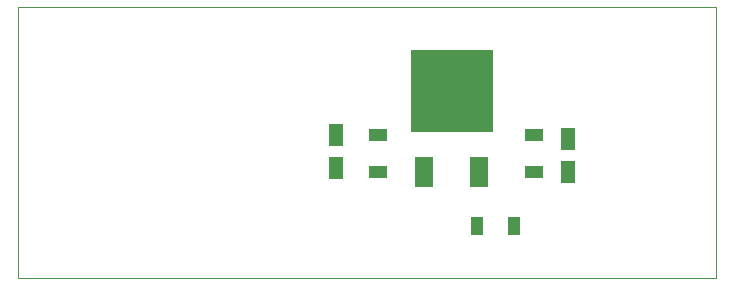
<source format=gbr>
G04 PROTEUS RS274X GERBER FILE*
%FSLAX26Y26*%
%MOIN*%
G01*
%ADD20R,0.040000X0.060000*%
%ADD21R,0.048000X0.078000*%
%ADD22R,0.060000X0.040000*%
%ADD23R,0.059055X0.098425*%
%ADD24R,0.275591X0.275591*%
%ADD25C,0.004000*%
D20*
X+2305134Y+401575D03*
X+2429134Y+401575D03*
D21*
X+2610236Y+578740D03*
X+2610236Y+688976D03*
D22*
X+2496063Y+578740D03*
X+2496063Y+702740D03*
D23*
X+2129921Y+579528D03*
D24*
X+2220472Y+851181D03*
D23*
X+2311024Y+579528D03*
D22*
X+1976378Y+704724D03*
X+1976378Y+580724D03*
D21*
X+1834646Y+704724D03*
X+1834646Y+594488D03*
D25*
X+775591Y+228346D02*
X+3102362Y+228346D01*
X+3102362Y+1129921D01*
X+775591Y+1129921D01*
X+775591Y+228346D01*
M02*

</source>
